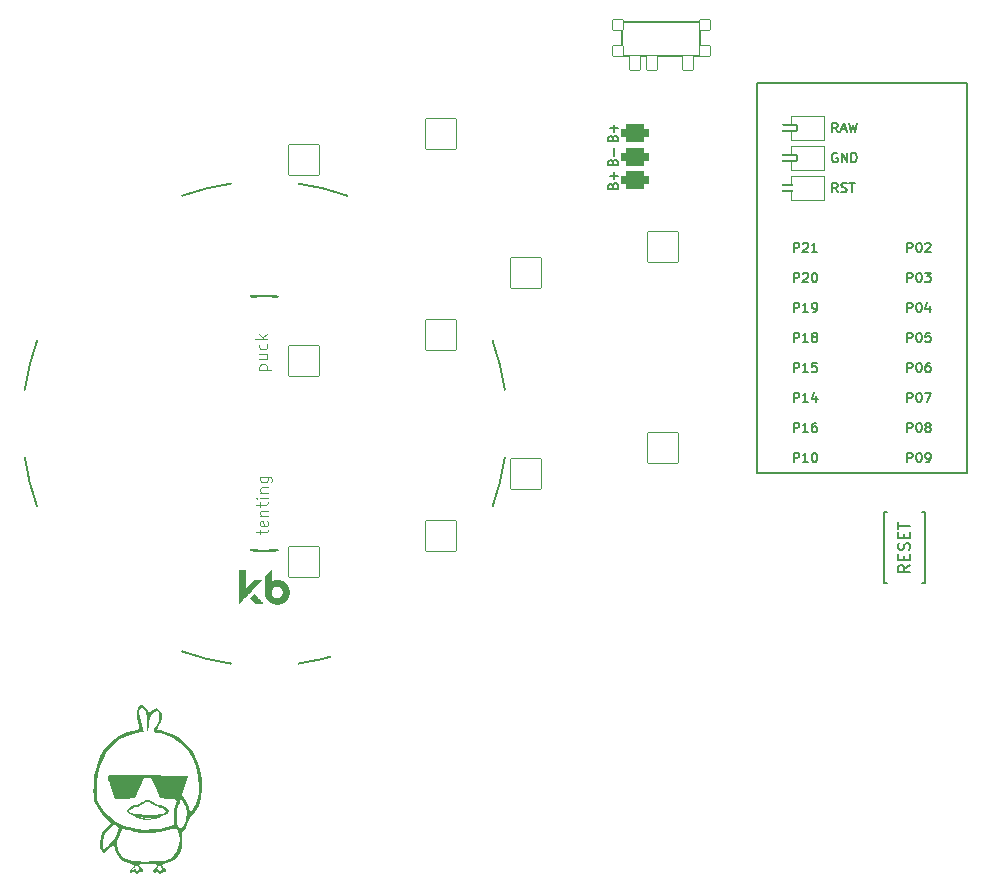
<source format=gto>
%TF.GenerationSoftware,KiCad,Pcbnew,(6.0.4)*%
%TF.CreationDate,2022-05-21T21:26:49+02:00*%
%TF.ProjectId,battoota,62617474-6f6f-4746-912e-6b696361645f,v1.0.0*%
%TF.SameCoordinates,Original*%
%TF.FileFunction,Legend,Top*%
%TF.FilePolarity,Positive*%
%FSLAX46Y46*%
G04 Gerber Fmt 4.6, Leading zero omitted, Abs format (unit mm)*
G04 Created by KiCad (PCBNEW (6.0.4)) date 2022-05-21 21:26:49*
%MOMM*%
%LPD*%
G01*
G04 APERTURE LIST*
G04 Aperture macros list*
%AMRoundRect*
0 Rectangle with rounded corners*
0 $1 Rounding radius*
0 $2 $3 $4 $5 $6 $7 $8 $9 X,Y pos of 4 corners*
0 Add a 4 corners polygon primitive as box body*
4,1,4,$2,$3,$4,$5,$6,$7,$8,$9,$2,$3,0*
0 Add four circle primitives for the rounded corners*
1,1,$1+$1,$2,$3*
1,1,$1+$1,$4,$5*
1,1,$1+$1,$6,$7*
1,1,$1+$1,$8,$9*
0 Add four rect primitives between the rounded corners*
20,1,$1+$1,$2,$3,$4,$5,0*
20,1,$1+$1,$4,$5,$6,$7,0*
20,1,$1+$1,$6,$7,$8,$9,0*
20,1,$1+$1,$8,$9,$2,$3,0*%
%AMFreePoly0*
4,1,16,0.535355,0.785355,0.550000,0.750000,0.550000,-0.750000,0.535355,-0.785355,0.500000,-0.800000,-0.650000,-0.800000,-0.685355,-0.785355,-0.700000,-0.750000,-0.691603,-0.722265,-0.210093,0.000000,-0.691603,0.722265,-0.699029,0.759806,-0.677735,0.791603,-0.650000,0.800000,0.500000,0.800000,0.535355,0.785355,0.535355,0.785355,$1*%
%AMFreePoly1*
4,1,16,0.535355,0.785355,0.541603,0.777735,1.041603,0.027735,1.049029,-0.009806,1.041603,-0.027735,0.541603,-0.777735,0.509806,-0.799029,0.500000,-0.800000,-0.500000,-0.800000,-0.535355,-0.785355,-0.550000,-0.750000,-0.550000,0.750000,-0.535355,0.785355,-0.500000,0.800000,0.500000,0.800000,0.535355,0.785355,0.535355,0.785355,$1*%
G04 Aperture macros list end*
%ADD10C,0.150000*%
%ADD11C,0.100000*%
%ADD12C,0.120000*%
%ADD13C,0.200000*%
%ADD14C,0.010000*%
%ADD15C,2.000000*%
%ADD16RoundRect,0.375000X-0.750000X0.375000X-0.750000X-0.375000X0.750000X-0.375000X0.750000X0.375000X0*%
%ADD17C,1.752600*%
%ADD18C,2.100000*%
%ADD19C,3.100000*%
%ADD20C,1.801800*%
%ADD21C,3.529000*%
%ADD22RoundRect,0.050000X-1.054507X-1.505993X1.505993X-1.054507X1.054507X1.505993X-1.505993X1.054507X0*%
%ADD23C,2.132000*%
%ADD24RoundRect,0.050000X-1.181751X-1.408356X1.408356X-1.181751X1.181751X1.408356X-1.408356X1.181751X0*%
%ADD25RoundRect,0.050000X-1.300000X-1.300000X1.300000X-1.300000X1.300000X1.300000X-1.300000X1.300000X0*%
%ADD26RoundRect,0.050000X-0.450000X-0.450000X0.450000X-0.450000X0.450000X0.450000X-0.450000X0.450000X0*%
%ADD27RoundRect,0.050000X-0.450000X-0.625000X0.450000X-0.625000X0.450000X0.625000X-0.450000X0.625000X0*%
%ADD28C,1.100000*%
%ADD29RoundRect,0.050000X-1.716367X-0.658851X0.658851X-1.716367X1.716367X0.658851X-0.658851X1.716367X0*%
%ADD30RoundRect,0.425000X-0.750000X0.375000X-0.750000X-0.375000X0.750000X-0.375000X0.750000X0.375000X0*%
%ADD31RoundRect,0.050000X-0.863113X-1.623279X1.623279X-0.863113X0.863113X1.623279X-1.623279X0.863113X0*%
%ADD32RoundRect,0.050000X-1.487360X-1.080630X1.080630X-1.487360X1.487360X1.080630X-1.080630X1.487360X0*%
%ADD33C,1.852600*%
%ADD34FreePoly0,180.000000*%
%ADD35RoundRect,0.050000X-0.762000X0.250000X-0.762000X-0.250000X0.762000X-0.250000X0.762000X0.250000X0*%
%ADD36FreePoly1,180.000000*%
%ADD37C,4.500000*%
G04 APERTURE END LIST*
D10*
%TO.C,B1*%
X158422171Y76170873D02*
X157945981Y75837539D01*
X158422171Y75599444D02*
X157422171Y75599444D01*
X157422171Y75980396D01*
X157469791Y76075634D01*
X157517410Y76123254D01*
X157612648Y76170873D01*
X157755505Y76170873D01*
X157850743Y76123254D01*
X157898362Y76075634D01*
X157945981Y75980396D01*
X157945981Y75599444D01*
X157898362Y76599444D02*
X157898362Y76932777D01*
X158422171Y77075634D02*
X158422171Y76599444D01*
X157422171Y76599444D01*
X157422171Y77075634D01*
X158374552Y77456587D02*
X158422171Y77599444D01*
X158422171Y77837539D01*
X158374552Y77932777D01*
X158326933Y77980396D01*
X158231695Y78028015D01*
X158136457Y78028015D01*
X158041219Y77980396D01*
X157993600Y77932777D01*
X157945981Y77837539D01*
X157898362Y77647063D01*
X157850743Y77551825D01*
X157803124Y77504206D01*
X157707886Y77456587D01*
X157612648Y77456587D01*
X157517410Y77504206D01*
X157469791Y77551825D01*
X157422171Y77647063D01*
X157422171Y77885158D01*
X157469791Y78028015D01*
X157898362Y78456587D02*
X157898362Y78789920D01*
X158422171Y78932777D02*
X158422171Y78456587D01*
X157422171Y78456587D01*
X157422171Y78932777D01*
X157422171Y79218492D02*
X157422171Y79789920D01*
X158422171Y79504206D02*
X157422171Y79504206D01*
%TO.C,PAD1*%
X133252648Y110300158D02*
X133290743Y110414444D01*
X133328838Y110452539D01*
X133405029Y110490634D01*
X133519314Y110490634D01*
X133595505Y110452539D01*
X133633600Y110414444D01*
X133671695Y110338254D01*
X133671695Y110033492D01*
X132871695Y110033492D01*
X132871695Y110300158D01*
X132909791Y110376349D01*
X132947886Y110414444D01*
X133024076Y110452539D01*
X133100267Y110452539D01*
X133176457Y110414444D01*
X133214552Y110376349D01*
X133252648Y110300158D01*
X133252648Y110033492D01*
X133366933Y110833492D02*
X133366933Y111443015D01*
X133252648Y112300158D02*
X133290743Y112414444D01*
X133328838Y112452539D01*
X133405029Y112490634D01*
X133519314Y112490634D01*
X133595505Y112452539D01*
X133633600Y112414444D01*
X133671695Y112338254D01*
X133671695Y112033492D01*
X132871695Y112033492D01*
X132871695Y112300158D01*
X132909791Y112376349D01*
X132947886Y112414444D01*
X133024076Y112452539D01*
X133100267Y112452539D01*
X133176457Y112414444D01*
X133214552Y112376349D01*
X133252648Y112300158D01*
X133252648Y112033492D01*
X133366933Y112833492D02*
X133366933Y113443015D01*
X133671695Y113138254D02*
X133062171Y113138254D01*
X133252648Y108300158D02*
X133290743Y108414444D01*
X133328838Y108452539D01*
X133405029Y108490634D01*
X133519314Y108490634D01*
X133595505Y108452539D01*
X133633600Y108414444D01*
X133671695Y108338254D01*
X133671695Y108033492D01*
X132871695Y108033492D01*
X132871695Y108300158D01*
X132909791Y108376349D01*
X132947886Y108414444D01*
X133024076Y108452539D01*
X133100267Y108452539D01*
X133176457Y108414444D01*
X133214552Y108376349D01*
X133252648Y108300158D01*
X133252648Y108033492D01*
X133366933Y108833492D02*
X133366933Y109443015D01*
X133671695Y109138254D02*
X133062171Y109138254D01*
%TO.C,MCU1*%
X158185784Y87421349D02*
X158185784Y88221349D01*
X158490546Y88221349D01*
X158566736Y88183254D01*
X158604832Y88145158D01*
X158642927Y88068968D01*
X158642927Y87954682D01*
X158604832Y87878492D01*
X158566736Y87840396D01*
X158490546Y87802301D01*
X158185784Y87802301D01*
X159138165Y88221349D02*
X159214355Y88221349D01*
X159290546Y88183254D01*
X159328641Y88145158D01*
X159366736Y88068968D01*
X159404832Y87916587D01*
X159404832Y87726111D01*
X159366736Y87573730D01*
X159328641Y87497539D01*
X159290546Y87459444D01*
X159214355Y87421349D01*
X159138165Y87421349D01*
X159061974Y87459444D01*
X159023879Y87497539D01*
X158985784Y87573730D01*
X158947689Y87726111D01*
X158947689Y87916587D01*
X158985784Y88068968D01*
X159023879Y88145158D01*
X159061974Y88183254D01*
X159138165Y88221349D01*
X159861974Y87878492D02*
X159785784Y87916587D01*
X159747689Y87954682D01*
X159709593Y88030873D01*
X159709593Y88068968D01*
X159747689Y88145158D01*
X159785784Y88183254D01*
X159861974Y88221349D01*
X160014355Y88221349D01*
X160090546Y88183254D01*
X160128641Y88145158D01*
X160166736Y88068968D01*
X160166736Y88030873D01*
X160128641Y87954682D01*
X160090546Y87916587D01*
X160014355Y87878492D01*
X159861974Y87878492D01*
X159785784Y87840396D01*
X159747689Y87802301D01*
X159709593Y87726111D01*
X159709593Y87573730D01*
X159747689Y87497539D01*
X159785784Y87459444D01*
X159861974Y87421349D01*
X160014355Y87421349D01*
X160090546Y87459444D01*
X160128641Y87497539D01*
X160166736Y87573730D01*
X160166736Y87726111D01*
X160128641Y87802301D01*
X160090546Y87840396D01*
X160014355Y87878492D01*
X148585784Y102661349D02*
X148585784Y103461349D01*
X148890546Y103461349D01*
X148966736Y103423254D01*
X149004832Y103385158D01*
X149042927Y103308968D01*
X149042927Y103194682D01*
X149004832Y103118492D01*
X148966736Y103080396D01*
X148890546Y103042301D01*
X148585784Y103042301D01*
X149347689Y103385158D02*
X149385784Y103423254D01*
X149461974Y103461349D01*
X149652451Y103461349D01*
X149728641Y103423254D01*
X149766736Y103385158D01*
X149804832Y103308968D01*
X149804832Y103232777D01*
X149766736Y103118492D01*
X149309593Y102661349D01*
X149804832Y102661349D01*
X150566736Y102661349D02*
X150109593Y102661349D01*
X150338165Y102661349D02*
X150338165Y103461349D01*
X150261974Y103347063D01*
X150185784Y103270873D01*
X150109593Y103232777D01*
X148585784Y89961349D02*
X148585784Y90761349D01*
X148890546Y90761349D01*
X148966736Y90723254D01*
X149004832Y90685158D01*
X149042927Y90608968D01*
X149042927Y90494682D01*
X149004832Y90418492D01*
X148966736Y90380396D01*
X148890546Y90342301D01*
X148585784Y90342301D01*
X149804832Y89961349D02*
X149347689Y89961349D01*
X149576260Y89961349D02*
X149576260Y90761349D01*
X149500070Y90647063D01*
X149423879Y90570873D01*
X149347689Y90532777D01*
X150490546Y90494682D02*
X150490546Y89961349D01*
X150300070Y90799444D02*
X150109593Y90228015D01*
X150604832Y90228015D01*
X148585784Y100121349D02*
X148585784Y100921349D01*
X148890546Y100921349D01*
X148966736Y100883254D01*
X149004832Y100845158D01*
X149042927Y100768968D01*
X149042927Y100654682D01*
X149004832Y100578492D01*
X148966736Y100540396D01*
X148890546Y100502301D01*
X148585784Y100502301D01*
X149347689Y100845158D02*
X149385784Y100883254D01*
X149461974Y100921349D01*
X149652451Y100921349D01*
X149728641Y100883254D01*
X149766736Y100845158D01*
X149804832Y100768968D01*
X149804832Y100692777D01*
X149766736Y100578492D01*
X149309593Y100121349D01*
X149804832Y100121349D01*
X150300070Y100921349D02*
X150376260Y100921349D01*
X150452451Y100883254D01*
X150490546Y100845158D01*
X150528641Y100768968D01*
X150566736Y100616587D01*
X150566736Y100426111D01*
X150528641Y100273730D01*
X150490546Y100197539D01*
X150452451Y100159444D01*
X150376260Y100121349D01*
X150300070Y100121349D01*
X150223879Y100159444D01*
X150185784Y100197539D01*
X150147689Y100273730D01*
X150109593Y100426111D01*
X150109593Y100616587D01*
X150147689Y100768968D01*
X150185784Y100845158D01*
X150223879Y100883254D01*
X150300070Y100921349D01*
X152305594Y107741349D02*
X152038928Y108122301D01*
X151848451Y107741349D02*
X151848451Y108541349D01*
X152153213Y108541349D01*
X152229404Y108503254D01*
X152267499Y108465158D01*
X152305594Y108388968D01*
X152305594Y108274682D01*
X152267499Y108198492D01*
X152229404Y108160396D01*
X152153213Y108122301D01*
X151848451Y108122301D01*
X152610356Y107779444D02*
X152724642Y107741349D01*
X152915118Y107741349D01*
X152991309Y107779444D01*
X153029404Y107817539D01*
X153067499Y107893730D01*
X153067499Y107969920D01*
X153029404Y108046111D01*
X152991309Y108084206D01*
X152915118Y108122301D01*
X152762737Y108160396D01*
X152686547Y108198492D01*
X152648451Y108236587D01*
X152610356Y108312777D01*
X152610356Y108388968D01*
X152648451Y108465158D01*
X152686547Y108503254D01*
X152762737Y108541349D01*
X152953213Y108541349D01*
X153067499Y108503254D01*
X153296070Y108541349D02*
X153753213Y108541349D01*
X153524642Y107741349D02*
X153524642Y108541349D01*
X158185784Y84881349D02*
X158185784Y85681349D01*
X158490546Y85681349D01*
X158566736Y85643254D01*
X158604832Y85605158D01*
X158642927Y85528968D01*
X158642927Y85414682D01*
X158604832Y85338492D01*
X158566736Y85300396D01*
X158490546Y85262301D01*
X158185784Y85262301D01*
X159138165Y85681349D02*
X159214355Y85681349D01*
X159290546Y85643254D01*
X159328641Y85605158D01*
X159366736Y85528968D01*
X159404832Y85376587D01*
X159404832Y85186111D01*
X159366736Y85033730D01*
X159328641Y84957539D01*
X159290546Y84919444D01*
X159214355Y84881349D01*
X159138165Y84881349D01*
X159061974Y84919444D01*
X159023879Y84957539D01*
X158985784Y85033730D01*
X158947689Y85186111D01*
X158947689Y85376587D01*
X158985784Y85528968D01*
X159023879Y85605158D01*
X159061974Y85643254D01*
X159138165Y85681349D01*
X159785784Y84881349D02*
X159938165Y84881349D01*
X160014355Y84919444D01*
X160052451Y84957539D01*
X160128641Y85071825D01*
X160166736Y85224206D01*
X160166736Y85528968D01*
X160128641Y85605158D01*
X160090546Y85643254D01*
X160014355Y85681349D01*
X159861974Y85681349D01*
X159785784Y85643254D01*
X159747689Y85605158D01*
X159709593Y85528968D01*
X159709593Y85338492D01*
X159747689Y85262301D01*
X159785784Y85224206D01*
X159861974Y85186111D01*
X160014355Y85186111D01*
X160090546Y85224206D01*
X160128641Y85262301D01*
X160166736Y85338492D01*
X148585784Y87421349D02*
X148585784Y88221349D01*
X148890546Y88221349D01*
X148966736Y88183254D01*
X149004832Y88145158D01*
X149042927Y88068968D01*
X149042927Y87954682D01*
X149004832Y87878492D01*
X148966736Y87840396D01*
X148890546Y87802301D01*
X148585784Y87802301D01*
X149804832Y87421349D02*
X149347689Y87421349D01*
X149576260Y87421349D02*
X149576260Y88221349D01*
X149500070Y88107063D01*
X149423879Y88030873D01*
X149347689Y87992777D01*
X150490546Y88221349D02*
X150338165Y88221349D01*
X150261974Y88183254D01*
X150223879Y88145158D01*
X150147689Y88030873D01*
X150109593Y87878492D01*
X150109593Y87573730D01*
X150147689Y87497539D01*
X150185784Y87459444D01*
X150261974Y87421349D01*
X150414355Y87421349D01*
X150490546Y87459444D01*
X150528641Y87497539D01*
X150566736Y87573730D01*
X150566736Y87764206D01*
X150528641Y87840396D01*
X150490546Y87878492D01*
X150414355Y87916587D01*
X150261974Y87916587D01*
X150185784Y87878492D01*
X150147689Y87840396D01*
X150109593Y87764206D01*
X152305595Y112821349D02*
X152038928Y113202301D01*
X151848452Y112821349D02*
X151848452Y113621349D01*
X152153214Y113621349D01*
X152229404Y113583254D01*
X152267499Y113545158D01*
X152305595Y113468968D01*
X152305595Y113354682D01*
X152267499Y113278492D01*
X152229404Y113240396D01*
X152153214Y113202301D01*
X151848452Y113202301D01*
X152610356Y113049920D02*
X152991309Y113049920D01*
X152534166Y112821349D02*
X152800833Y113621349D01*
X153067499Y112821349D01*
X153257976Y113621349D02*
X153448452Y112821349D01*
X153600833Y113392777D01*
X153753214Y112821349D01*
X153943690Y113621349D01*
X158185784Y102661349D02*
X158185784Y103461349D01*
X158490546Y103461349D01*
X158566736Y103423254D01*
X158604832Y103385158D01*
X158642927Y103308968D01*
X158642927Y103194682D01*
X158604832Y103118492D01*
X158566736Y103080396D01*
X158490546Y103042301D01*
X158185784Y103042301D01*
X159138165Y103461349D02*
X159214355Y103461349D01*
X159290546Y103423254D01*
X159328641Y103385158D01*
X159366736Y103308968D01*
X159404832Y103156587D01*
X159404832Y102966111D01*
X159366736Y102813730D01*
X159328641Y102737539D01*
X159290546Y102699444D01*
X159214355Y102661349D01*
X159138165Y102661349D01*
X159061974Y102699444D01*
X159023879Y102737539D01*
X158985784Y102813730D01*
X158947689Y102966111D01*
X158947689Y103156587D01*
X158985784Y103308968D01*
X159023879Y103385158D01*
X159061974Y103423254D01*
X159138165Y103461349D01*
X159709593Y103385158D02*
X159747689Y103423254D01*
X159823879Y103461349D01*
X160014355Y103461349D01*
X160090546Y103423254D01*
X160128641Y103385158D01*
X160166736Y103308968D01*
X160166736Y103232777D01*
X160128641Y103118492D01*
X159671498Y102661349D01*
X160166736Y102661349D01*
X148585784Y95041349D02*
X148585784Y95841349D01*
X148890546Y95841349D01*
X148966736Y95803254D01*
X149004832Y95765158D01*
X149042927Y95688968D01*
X149042927Y95574682D01*
X149004832Y95498492D01*
X148966736Y95460396D01*
X148890546Y95422301D01*
X148585784Y95422301D01*
X149804832Y95041349D02*
X149347689Y95041349D01*
X149576260Y95041349D02*
X149576260Y95841349D01*
X149500070Y95727063D01*
X149423879Y95650873D01*
X149347689Y95612777D01*
X150261974Y95498492D02*
X150185784Y95536587D01*
X150147689Y95574682D01*
X150109593Y95650873D01*
X150109593Y95688968D01*
X150147689Y95765158D01*
X150185784Y95803254D01*
X150261974Y95841349D01*
X150414355Y95841349D01*
X150490546Y95803254D01*
X150528641Y95765158D01*
X150566736Y95688968D01*
X150566736Y95650873D01*
X150528641Y95574682D01*
X150490546Y95536587D01*
X150414355Y95498492D01*
X150261974Y95498492D01*
X150185784Y95460396D01*
X150147689Y95422301D01*
X150109593Y95346111D01*
X150109593Y95193730D01*
X150147689Y95117539D01*
X150185784Y95079444D01*
X150261974Y95041349D01*
X150414355Y95041349D01*
X150490546Y95079444D01*
X150528641Y95117539D01*
X150566736Y95193730D01*
X150566736Y95346111D01*
X150528641Y95422301D01*
X150490546Y95460396D01*
X150414355Y95498492D01*
X148585784Y84881349D02*
X148585784Y85681349D01*
X148890546Y85681349D01*
X148966736Y85643254D01*
X149004832Y85605158D01*
X149042927Y85528968D01*
X149042927Y85414682D01*
X149004832Y85338492D01*
X148966736Y85300396D01*
X148890546Y85262301D01*
X148585784Y85262301D01*
X149804832Y84881349D02*
X149347689Y84881349D01*
X149576260Y84881349D02*
X149576260Y85681349D01*
X149500070Y85567063D01*
X149423879Y85490873D01*
X149347689Y85452777D01*
X150300070Y85681349D02*
X150376260Y85681349D01*
X150452451Y85643254D01*
X150490546Y85605158D01*
X150528641Y85528968D01*
X150566736Y85376587D01*
X150566736Y85186111D01*
X150528641Y85033730D01*
X150490546Y84957539D01*
X150452451Y84919444D01*
X150376260Y84881349D01*
X150300070Y84881349D01*
X150223879Y84919444D01*
X150185784Y84957539D01*
X150147689Y85033730D01*
X150109593Y85186111D01*
X150109593Y85376587D01*
X150147689Y85528968D01*
X150185784Y85605158D01*
X150223879Y85643254D01*
X150300070Y85681349D01*
X158185784Y100121349D02*
X158185784Y100921349D01*
X158490546Y100921349D01*
X158566736Y100883254D01*
X158604832Y100845158D01*
X158642927Y100768968D01*
X158642927Y100654682D01*
X158604832Y100578492D01*
X158566736Y100540396D01*
X158490546Y100502301D01*
X158185784Y100502301D01*
X159138165Y100921349D02*
X159214355Y100921349D01*
X159290546Y100883254D01*
X159328641Y100845158D01*
X159366736Y100768968D01*
X159404832Y100616587D01*
X159404832Y100426111D01*
X159366736Y100273730D01*
X159328641Y100197539D01*
X159290546Y100159444D01*
X159214355Y100121349D01*
X159138165Y100121349D01*
X159061974Y100159444D01*
X159023879Y100197539D01*
X158985784Y100273730D01*
X158947689Y100426111D01*
X158947689Y100616587D01*
X158985784Y100768968D01*
X159023879Y100845158D01*
X159061974Y100883254D01*
X159138165Y100921349D01*
X159671498Y100921349D02*
X160166736Y100921349D01*
X159900070Y100616587D01*
X160014355Y100616587D01*
X160090546Y100578492D01*
X160128641Y100540396D01*
X160166736Y100464206D01*
X160166736Y100273730D01*
X160128641Y100197539D01*
X160090546Y100159444D01*
X160014355Y100121349D01*
X159785784Y100121349D01*
X159709593Y100159444D01*
X159671498Y100197539D01*
X158185784Y89961349D02*
X158185784Y90761349D01*
X158490546Y90761349D01*
X158566736Y90723254D01*
X158604832Y90685158D01*
X158642927Y90608968D01*
X158642927Y90494682D01*
X158604832Y90418492D01*
X158566736Y90380396D01*
X158490546Y90342301D01*
X158185784Y90342301D01*
X159138165Y90761349D02*
X159214355Y90761349D01*
X159290546Y90723254D01*
X159328641Y90685158D01*
X159366736Y90608968D01*
X159404832Y90456587D01*
X159404832Y90266111D01*
X159366736Y90113730D01*
X159328641Y90037539D01*
X159290546Y89999444D01*
X159214355Y89961349D01*
X159138165Y89961349D01*
X159061974Y89999444D01*
X159023879Y90037539D01*
X158985784Y90113730D01*
X158947689Y90266111D01*
X158947689Y90456587D01*
X158985784Y90608968D01*
X159023879Y90685158D01*
X159061974Y90723254D01*
X159138165Y90761349D01*
X159671498Y90761349D02*
X160204832Y90761349D01*
X159861974Y89961349D01*
X148585784Y97581349D02*
X148585784Y98381349D01*
X148890546Y98381349D01*
X148966736Y98343254D01*
X149004832Y98305158D01*
X149042927Y98228968D01*
X149042927Y98114682D01*
X149004832Y98038492D01*
X148966736Y98000396D01*
X148890546Y97962301D01*
X148585784Y97962301D01*
X149804832Y97581349D02*
X149347689Y97581349D01*
X149576260Y97581349D02*
X149576260Y98381349D01*
X149500070Y98267063D01*
X149423879Y98190873D01*
X149347689Y98152777D01*
X150185784Y97581349D02*
X150338165Y97581349D01*
X150414355Y97619444D01*
X150452451Y97657539D01*
X150528641Y97771825D01*
X150566736Y97924206D01*
X150566736Y98228968D01*
X150528641Y98305158D01*
X150490546Y98343254D01*
X150414355Y98381349D01*
X150261974Y98381349D01*
X150185784Y98343254D01*
X150147689Y98305158D01*
X150109593Y98228968D01*
X150109593Y98038492D01*
X150147689Y97962301D01*
X150185784Y97924206D01*
X150261974Y97886111D01*
X150414355Y97886111D01*
X150490546Y97924206D01*
X150528641Y97962301D01*
X150566736Y98038492D01*
X152248452Y111043254D02*
X152172261Y111081349D01*
X152057976Y111081349D01*
X151943690Y111043254D01*
X151867499Y110967063D01*
X151829404Y110890873D01*
X151791309Y110738492D01*
X151791309Y110624206D01*
X151829404Y110471825D01*
X151867499Y110395634D01*
X151943690Y110319444D01*
X152057976Y110281349D01*
X152134166Y110281349D01*
X152248452Y110319444D01*
X152286547Y110357539D01*
X152286547Y110624206D01*
X152134166Y110624206D01*
X152629404Y110281349D02*
X152629404Y111081349D01*
X153086547Y110281349D01*
X153086547Y111081349D01*
X153467499Y110281349D02*
X153467499Y111081349D01*
X153657976Y111081349D01*
X153772261Y111043254D01*
X153848452Y110967063D01*
X153886547Y110890873D01*
X153924642Y110738492D01*
X153924642Y110624206D01*
X153886547Y110471825D01*
X153848452Y110395634D01*
X153772261Y110319444D01*
X153657976Y110281349D01*
X153467499Y110281349D01*
X158185784Y97581349D02*
X158185784Y98381349D01*
X158490546Y98381349D01*
X158566736Y98343254D01*
X158604832Y98305158D01*
X158642927Y98228968D01*
X158642927Y98114682D01*
X158604832Y98038492D01*
X158566736Y98000396D01*
X158490546Y97962301D01*
X158185784Y97962301D01*
X159138165Y98381349D02*
X159214355Y98381349D01*
X159290546Y98343254D01*
X159328641Y98305158D01*
X159366736Y98228968D01*
X159404832Y98076587D01*
X159404832Y97886111D01*
X159366736Y97733730D01*
X159328641Y97657539D01*
X159290546Y97619444D01*
X159214355Y97581349D01*
X159138165Y97581349D01*
X159061974Y97619444D01*
X159023879Y97657539D01*
X158985784Y97733730D01*
X158947689Y97886111D01*
X158947689Y98076587D01*
X158985784Y98228968D01*
X159023879Y98305158D01*
X159061974Y98343254D01*
X159138165Y98381349D01*
X160090546Y98114682D02*
X160090546Y97581349D01*
X159900070Y98419444D02*
X159709593Y97848015D01*
X160204832Y97848015D01*
X158185784Y95041349D02*
X158185784Y95841349D01*
X158490546Y95841349D01*
X158566736Y95803254D01*
X158604832Y95765158D01*
X158642927Y95688968D01*
X158642927Y95574682D01*
X158604832Y95498492D01*
X158566736Y95460396D01*
X158490546Y95422301D01*
X158185784Y95422301D01*
X159138165Y95841349D02*
X159214355Y95841349D01*
X159290546Y95803254D01*
X159328641Y95765158D01*
X159366736Y95688968D01*
X159404832Y95536587D01*
X159404832Y95346111D01*
X159366736Y95193730D01*
X159328641Y95117539D01*
X159290546Y95079444D01*
X159214355Y95041349D01*
X159138165Y95041349D01*
X159061974Y95079444D01*
X159023879Y95117539D01*
X158985784Y95193730D01*
X158947689Y95346111D01*
X158947689Y95536587D01*
X158985784Y95688968D01*
X159023879Y95765158D01*
X159061974Y95803254D01*
X159138165Y95841349D01*
X160128641Y95841349D02*
X159747689Y95841349D01*
X159709593Y95460396D01*
X159747689Y95498492D01*
X159823879Y95536587D01*
X160014355Y95536587D01*
X160090546Y95498492D01*
X160128641Y95460396D01*
X160166736Y95384206D01*
X160166736Y95193730D01*
X160128641Y95117539D01*
X160090546Y95079444D01*
X160014355Y95041349D01*
X159823879Y95041349D01*
X159747689Y95079444D01*
X159709593Y95117539D01*
X148585784Y92501349D02*
X148585784Y93301349D01*
X148890546Y93301349D01*
X148966736Y93263254D01*
X149004832Y93225158D01*
X149042927Y93148968D01*
X149042927Y93034682D01*
X149004832Y92958492D01*
X148966736Y92920396D01*
X148890546Y92882301D01*
X148585784Y92882301D01*
X149804832Y92501349D02*
X149347689Y92501349D01*
X149576260Y92501349D02*
X149576260Y93301349D01*
X149500070Y93187063D01*
X149423879Y93110873D01*
X149347689Y93072777D01*
X150528641Y93301349D02*
X150147689Y93301349D01*
X150109593Y92920396D01*
X150147689Y92958492D01*
X150223879Y92996587D01*
X150414355Y92996587D01*
X150490546Y92958492D01*
X150528641Y92920396D01*
X150566736Y92844206D01*
X150566736Y92653730D01*
X150528641Y92577539D01*
X150490546Y92539444D01*
X150414355Y92501349D01*
X150223879Y92501349D01*
X150147689Y92539444D01*
X150109593Y92577539D01*
X158185784Y92501349D02*
X158185784Y93301349D01*
X158490546Y93301349D01*
X158566736Y93263254D01*
X158604832Y93225158D01*
X158642927Y93148968D01*
X158642927Y93034682D01*
X158604832Y92958492D01*
X158566736Y92920396D01*
X158490546Y92882301D01*
X158185784Y92882301D01*
X159138165Y93301349D02*
X159214355Y93301349D01*
X159290546Y93263254D01*
X159328641Y93225158D01*
X159366736Y93148968D01*
X159404832Y92996587D01*
X159404832Y92806111D01*
X159366736Y92653730D01*
X159328641Y92577539D01*
X159290546Y92539444D01*
X159214355Y92501349D01*
X159138165Y92501349D01*
X159061974Y92539444D01*
X159023879Y92577539D01*
X158985784Y92653730D01*
X158947689Y92806111D01*
X158947689Y92996587D01*
X158985784Y93148968D01*
X159023879Y93225158D01*
X159061974Y93263254D01*
X159138165Y93301349D01*
X160090546Y93301349D02*
X159938165Y93301349D01*
X159861974Y93263254D01*
X159823879Y93225158D01*
X159747689Y93110873D01*
X159709593Y92958492D01*
X159709593Y92653730D01*
X159747689Y92577539D01*
X159785784Y92539444D01*
X159861974Y92501349D01*
X160014355Y92501349D01*
X160090546Y92539444D01*
X160128641Y92577539D01*
X160166736Y92653730D01*
X160166736Y92844206D01*
X160128641Y92920396D01*
X160090546Y92958492D01*
X160014355Y92996587D01*
X159861974Y92996587D01*
X159785784Y92958492D01*
X159747689Y92920396D01*
X159709593Y92844206D01*
D11*
%TO.C,REF\u002A\u002A*%
X103392434Y78783427D02*
X103392434Y79164379D01*
X103059100Y78926284D02*
X103916243Y78926284D01*
X104011481Y78973903D01*
X104059100Y79069141D01*
X104059100Y79164379D01*
X104011481Y79878665D02*
X104059100Y79783427D01*
X104059100Y79592950D01*
X104011481Y79497712D01*
X103916243Y79450093D01*
X103535291Y79450093D01*
X103440053Y79497712D01*
X103392434Y79592950D01*
X103392434Y79783427D01*
X103440053Y79878665D01*
X103535291Y79926284D01*
X103630529Y79926284D01*
X103725767Y79450093D01*
X103392434Y80354855D02*
X104059100Y80354855D01*
X103487672Y80354855D02*
X103440053Y80402474D01*
X103392434Y80497712D01*
X103392434Y80640569D01*
X103440053Y80735807D01*
X103535291Y80783427D01*
X104059100Y80783427D01*
X103392434Y81116760D02*
X103392434Y81497712D01*
X103059100Y81259617D02*
X103916243Y81259617D01*
X104011481Y81307236D01*
X104059100Y81402474D01*
X104059100Y81497712D01*
X104059100Y81831046D02*
X103392434Y81831046D01*
X103059100Y81831046D02*
X103106720Y81783427D01*
X103154339Y81831046D01*
X103106720Y81878665D01*
X103059100Y81831046D01*
X103154339Y81831046D01*
X103392434Y82307236D02*
X104059100Y82307236D01*
X103487672Y82307236D02*
X103440053Y82354855D01*
X103392434Y82450093D01*
X103392434Y82592950D01*
X103440053Y82688188D01*
X103535291Y82735807D01*
X104059100Y82735807D01*
X103392434Y83640569D02*
X104201958Y83640569D01*
X104297196Y83592950D01*
X104344815Y83545331D01*
X104392434Y83450093D01*
X104392434Y83307236D01*
X104344815Y83211998D01*
X104011481Y83640569D02*
X104059100Y83545331D01*
X104059100Y83354855D01*
X104011481Y83259617D01*
X103963862Y83211998D01*
X103868624Y83164379D01*
X103582910Y83164379D01*
X103487672Y83211998D01*
X103440053Y83259617D01*
X103392434Y83354855D01*
X103392434Y83545331D01*
X103440053Y83640569D01*
X103328934Y92673927D02*
X104328934Y92673927D01*
X103376553Y92673927D02*
X103328934Y92769165D01*
X103328934Y92959641D01*
X103376553Y93054879D01*
X103424172Y93102498D01*
X103519410Y93150117D01*
X103805124Y93150117D01*
X103900362Y93102498D01*
X103947981Y93054879D01*
X103995600Y92959641D01*
X103995600Y92769165D01*
X103947981Y92673927D01*
X103328934Y94007260D02*
X103995600Y94007260D01*
X103328934Y93578688D02*
X103852743Y93578688D01*
X103947981Y93626307D01*
X103995600Y93721546D01*
X103995600Y93864403D01*
X103947981Y93959641D01*
X103900362Y94007260D01*
X103947981Y94912022D02*
X103995600Y94816784D01*
X103995600Y94626307D01*
X103947981Y94531069D01*
X103900362Y94483450D01*
X103805124Y94435831D01*
X103519410Y94435831D01*
X103424172Y94483450D01*
X103376553Y94531069D01*
X103328934Y94626307D01*
X103328934Y94816784D01*
X103376553Y94912022D01*
X103995600Y95340593D02*
X102995600Y95340593D01*
X103614648Y95435831D02*
X103995600Y95721546D01*
X103328934Y95721546D02*
X103709886Y95340593D01*
D10*
%TO.C,B1*%
X156219791Y74623254D02*
X156219791Y80623254D01*
X159719791Y74623254D02*
X159719791Y80623254D01*
X156219791Y80623254D02*
X156469791Y80623254D01*
X159719791Y74623254D02*
X159469791Y74623254D01*
X159719791Y80623254D02*
X159469791Y80623254D01*
X156219791Y74623254D02*
X156469791Y74623254D01*
%TO.C,T1*%
X134068406Y122101838D02*
X134068406Y119251838D01*
X139318406Y122101838D02*
X135418406Y122101838D01*
X134068406Y119251838D02*
X140668406Y119251838D01*
X137368406Y122101838D02*
X140668406Y122101838D01*
X140668406Y119251838D02*
X140668406Y122101838D01*
X137368406Y122101838D02*
X134068406Y122101838D01*
%TO.C,G\u002A\u002A\u002A*%
G36*
X92883978Y54811439D02*
G01*
X92740255Y54880814D01*
X92407058Y55056231D01*
X92211599Y55193916D01*
X92131416Y55310999D01*
X92130646Y55316839D01*
X92306885Y55316839D01*
X92323310Y55295956D01*
X92503738Y55201096D01*
X92814003Y55123189D01*
X93215242Y55064583D01*
X93668589Y55027628D01*
X94135180Y55014670D01*
X94576151Y55028060D01*
X94952637Y55070144D01*
X95174422Y55123679D01*
X95401772Y55233273D01*
X95460472Y55348492D01*
X95351061Y55468035D01*
X95074080Y55590598D01*
X94966078Y55625429D01*
X94664565Y55735323D01*
X94407590Y55860367D01*
X94283288Y55946404D01*
X94021677Y56093383D01*
X93736622Y56076183D01*
X93509613Y55948664D01*
X93306784Y55830100D01*
X93019752Y55709005D01*
X92844401Y55651219D01*
X92514387Y55534275D01*
X92332107Y55420696D01*
X92306885Y55316839D01*
X92130646Y55316839D01*
X92126422Y55348860D01*
X92205522Y55535943D01*
X92420663Y55696920D01*
X92738600Y55809825D01*
X92858300Y55832470D01*
X93154436Y55920791D01*
X93435028Y56068739D01*
X93454272Y56082600D01*
X93752550Y56247693D01*
X94019947Y56257391D01*
X94293936Y56111220D01*
X94343195Y56071400D01*
X94555160Y55931295D01*
X94751676Y55860051D01*
X94778751Y55857874D01*
X94966352Y55822347D01*
X95222502Y55735067D01*
X95328663Y55689960D01*
X95559074Y55566867D01*
X95659234Y55452976D01*
X95667330Y55340633D01*
X95591473Y55163612D01*
X95513088Y55091950D01*
X95111759Y54891462D01*
X94805697Y54759395D01*
X94543443Y54679643D01*
X94273536Y54636100D01*
X93989088Y54614958D01*
X93653008Y54603783D01*
X93402897Y54622991D01*
X93169604Y54687303D01*
X93109985Y54713214D01*
X93673799Y54713214D01*
X93780173Y54699930D01*
X93904422Y54697460D01*
X94087543Y54704065D01*
X94137812Y54720951D01*
X94094922Y54734152D01*
X93848204Y54748159D01*
X93713922Y54734152D01*
X93673799Y54713214D01*
X93109985Y54713214D01*
X92957906Y54779309D01*
X93263810Y54779309D01*
X93347033Y54765751D01*
X93456847Y54781317D01*
X93458158Y54810219D01*
X93344841Y54830431D01*
X93295880Y54816903D01*
X93263810Y54779309D01*
X92957906Y54779309D01*
X92883978Y54811439D01*
G37*
G36*
X94497088Y50503045D02*
G01*
X94643295Y50652401D01*
X94666692Y50756195D01*
X94555768Y50821445D01*
X94299012Y50855169D01*
X93904422Y50864400D01*
X93568863Y50857043D01*
X93308698Y50837338D01*
X93161697Y50808830D01*
X93142422Y50792855D01*
X93199034Y50688346D01*
X93311755Y50568066D01*
X93447142Y50400898D01*
X93476988Y50265739D01*
X93400694Y50201812D01*
X93317223Y50210169D01*
X93160615Y50195335D01*
X93108213Y50135377D01*
X93006711Y50026556D01*
X92885968Y50061683D01*
X92834968Y50143183D01*
X92754841Y50223695D01*
X92631524Y50185516D01*
X92462694Y50111812D01*
X92392654Y50148018D01*
X92380422Y50271016D01*
X92421728Y50379808D01*
X92582791Y50379808D01*
X92677340Y50385158D01*
X92749034Y50430786D01*
X92849174Y50473905D01*
X92916959Y50373574D01*
X92929388Y50337018D01*
X92980358Y50214712D01*
X93017398Y50247358D01*
X93029700Y50288207D01*
X93124266Y50392124D01*
X93211226Y50386159D01*
X93282980Y50379386D01*
X93221385Y50454321D01*
X93173785Y50496685D01*
X93022640Y50657352D01*
X92947636Y50779733D01*
X92909598Y50852446D01*
X92895106Y50761545D01*
X92821498Y50610467D01*
X92711837Y50521852D01*
X92594181Y50433079D01*
X92582791Y50379808D01*
X92421728Y50379808D01*
X92447013Y50446405D01*
X92549755Y50545382D01*
X92693986Y50671444D01*
X92682018Y50778173D01*
X92509132Y50871978D01*
X92258894Y50940441D01*
X91805541Y51124714D01*
X91433524Y51442555D01*
X91170096Y51867066D01*
X91092709Y52091419D01*
X90991439Y52470057D01*
X90775764Y52332967D01*
X90561682Y52165937D01*
X90369908Y51974638D01*
X90179727Y51753400D01*
X90000313Y51965066D01*
X89869742Y52239974D01*
X89848473Y52501801D01*
X90095204Y52501801D01*
X90102772Y52276291D01*
X90139765Y52147704D01*
X90163941Y52134400D01*
X90256374Y52188909D01*
X90430173Y52331426D01*
X90603135Y52489954D01*
X91293284Y52489954D01*
X91375226Y52110208D01*
X91476501Y51873648D01*
X91654061Y51601911D01*
X91877885Y51393116D01*
X92168936Y51241165D01*
X92548174Y51139962D01*
X93036561Y51083409D01*
X93655058Y51065408D01*
X94226220Y51073792D01*
X94708800Y51090617D01*
X95060360Y51114249D01*
X95319209Y51150426D01*
X95523658Y51204883D01*
X95712015Y51283357D01*
X95750220Y51301989D01*
X96123921Y51577407D01*
X96396496Y51966219D01*
X96555900Y52437813D01*
X96590089Y52961576D01*
X96540529Y53310769D01*
X96455508Y53618649D01*
X96347306Y53796201D01*
X96181045Y53859979D01*
X95921846Y53826536D01*
X95630184Y53742813D01*
X94953530Y53587774D01*
X94197082Y53510253D01*
X93433171Y53513392D01*
X92734127Y53600336D01*
X92668971Y53614115D01*
X92335075Y53693216D01*
X92053420Y53769503D01*
X91875159Y53828891D01*
X91854808Y53838335D01*
X91752825Y53860391D01*
X91681082Y53771888D01*
X91623707Y53593361D01*
X91533656Y53336287D01*
X91426116Y53126554D01*
X91411179Y53105450D01*
X91304319Y52839623D01*
X91293284Y52489954D01*
X90603135Y52489954D01*
X90635426Y52519550D01*
X90866152Y52778902D01*
X91090809Y53095367D01*
X91281265Y53421544D01*
X91409387Y53710034D01*
X91448261Y53889059D01*
X91380701Y53995723D01*
X91215710Y54113267D01*
X91203142Y54119902D01*
X91054781Y54186990D01*
X90944970Y54184016D01*
X90822020Y54091411D01*
X90654733Y53912295D01*
X90448858Y53651510D01*
X90275909Y53376808D01*
X90223346Y53268946D01*
X90158061Y53047223D01*
X90114491Y52775143D01*
X90095204Y52501801D01*
X89848473Y52501801D01*
X89840202Y52603612D01*
X89902370Y53016274D01*
X90046922Y53438258D01*
X90264536Y53829856D01*
X90504870Y54113825D01*
X90761494Y54357583D01*
X90302999Y54776621D01*
X89826443Y55321596D01*
X89567296Y55759042D01*
X89447141Y56012240D01*
X89368080Y56220018D01*
X89321752Y56429518D01*
X89299794Y56687883D01*
X89293841Y57042258D01*
X89294371Y57297579D01*
X89297495Y57341400D01*
X89553696Y57341400D01*
X89557400Y56928222D01*
X89578822Y56628157D01*
X89627684Y56385171D01*
X89713705Y56143232D01*
X89792844Y55962855D01*
X90136304Y55401988D01*
X90621028Y54892268D01*
X91222119Y54452211D01*
X91914683Y54100333D01*
X92603812Y53872265D01*
X93082786Y53794861D01*
X93663314Y53766986D01*
X94285788Y53786196D01*
X94890603Y53850046D01*
X95418152Y53956093D01*
X95543239Y53992802D01*
X96123723Y54178753D01*
X96070295Y54617077D01*
X96079465Y55080285D01*
X96325881Y55080285D01*
X96327710Y54677744D01*
X96375168Y54316992D01*
X96467775Y54056944D01*
X96475134Y54045253D01*
X96628143Y53811733D01*
X96826284Y53997877D01*
X96966130Y54193782D01*
X97086957Y54469968D01*
X97121864Y54590190D01*
X97176721Y55146150D01*
X97084261Y55689335D01*
X96907681Y56083336D01*
X96784247Y56274447D01*
X96713207Y56333717D01*
X96666647Y56278387D01*
X96652846Y56240733D01*
X96579443Y56050036D01*
X96475242Y55806585D01*
X96461032Y55775066D01*
X96370162Y55465698D01*
X96325881Y55080285D01*
X96079465Y55080285D01*
X96082096Y55213210D01*
X96150582Y55521066D01*
X96262396Y55901980D01*
X96322245Y56147438D01*
X96311960Y56287910D01*
X96213374Y56353867D01*
X96008320Y56375778D01*
X95678630Y56384113D01*
X95635186Y56385469D01*
X94892188Y56410066D01*
X94545362Y57256733D01*
X94198535Y58103400D01*
X93537991Y58103400D01*
X92844243Y56410066D01*
X91992187Y56386102D01*
X91140130Y56362137D01*
X90785489Y57302541D01*
X90651479Y57677144D01*
X90550559Y57997120D01*
X90492705Y58227962D01*
X90487272Y58334241D01*
X90565612Y58358671D01*
X90770969Y58376347D01*
X91110443Y58387339D01*
X91591135Y58391713D01*
X92220147Y58389538D01*
X93004578Y58380882D01*
X93892620Y58366851D01*
X94628610Y58353119D01*
X95310377Y58338793D01*
X95919653Y58324376D01*
X96438166Y58310372D01*
X96847646Y58297287D01*
X97129824Y58285624D01*
X97266428Y58275889D01*
X97276286Y58273424D01*
X97264632Y58184166D01*
X97205275Y57971704D01*
X97108818Y57671815D01*
X97032008Y57449106D01*
X96752989Y56659530D01*
X96977731Y56434787D01*
X97139512Y56205119D01*
X97287131Y55877216D01*
X97345176Y55696772D01*
X97487878Y55183498D01*
X97700397Y55496248D01*
X97963013Y55953635D01*
X98127499Y56429344D01*
X98208157Y56975786D01*
X98222422Y57409186D01*
X98153236Y58317446D01*
X97951835Y59154138D01*
X97627455Y59906649D01*
X97189332Y60562370D01*
X96646702Y61108689D01*
X96008799Y61532995D01*
X95284861Y61822677D01*
X94928718Y61906649D01*
X94599418Y61983285D01*
X94428121Y62077514D01*
X94403843Y62217712D01*
X94515598Y62432257D01*
X94652421Y62620354D01*
X94830072Y62942212D01*
X94878088Y63278409D01*
X94844099Y63599871D01*
X94740227Y63769180D01*
X94563612Y63789686D01*
X94470459Y63756294D01*
X94256563Y63572819D01*
X94090860Y63257823D01*
X93987793Y62845723D01*
X93961254Y62542942D01*
X93942369Y62227069D01*
X93913023Y62069667D01*
X93879665Y62060719D01*
X93848740Y62190208D01*
X93826695Y62448119D01*
X93819755Y62762786D01*
X93794031Y63302679D01*
X93718779Y63706619D01*
X93596879Y63965572D01*
X93431210Y64070503D01*
X93402355Y64072400D01*
X93240506Y63997740D01*
X93178928Y63867659D01*
X93168326Y63649227D01*
X93203966Y63327445D01*
X93275583Y62958591D01*
X93372909Y62598940D01*
X93448998Y62387233D01*
X93520542Y62193920D01*
X93546125Y62082449D01*
X93543788Y62074878D01*
X93455295Y62047212D01*
X93243659Y61996299D01*
X92951733Y61932349D01*
X92901052Y61921718D01*
X92094895Y61683228D01*
X91407043Y61325848D01*
X90829831Y60843852D01*
X90355594Y60231511D01*
X90150404Y59866170D01*
X89844649Y59165956D01*
X89655204Y58486382D01*
X89565908Y57759066D01*
X89553696Y57341400D01*
X89297495Y57341400D01*
X89363677Y58269694D01*
X89557951Y59160199D01*
X89870025Y59958686D01*
X90292730Y60654747D01*
X90818899Y61237974D01*
X91441364Y61697957D01*
X92152957Y62024288D01*
X92640005Y62155797D01*
X92910572Y62216488D01*
X93107206Y62270853D01*
X93176676Y62300432D01*
X93180759Y62399663D01*
X93145166Y62609747D01*
X93097975Y62806337D01*
X92993959Y63324682D01*
X92978234Y63751062D01*
X93050080Y64065427D01*
X93148207Y64204636D01*
X93288440Y64307755D01*
X93415811Y64302972D01*
X93550374Y64235849D01*
X93757738Y64062353D01*
X93889118Y63876231D01*
X94000814Y63643880D01*
X94255447Y63858140D01*
X94465557Y64016970D01*
X94614991Y64056293D01*
X94762434Y63976714D01*
X94881937Y63864582D01*
X95052086Y63582213D01*
X95095465Y63231293D01*
X95012346Y62855224D01*
X94873903Y62592622D01*
X94750576Y62399963D01*
X94685927Y62277032D01*
X94683403Y62256510D01*
X94773050Y62230420D01*
X94979276Y62181344D01*
X95193103Y62133920D01*
X95946464Y61887855D01*
X96621090Y61496722D01*
X97208237Y60969645D01*
X97699161Y60315748D01*
X98085118Y59544155D01*
X98301239Y58890731D01*
X98476901Y58009790D01*
X98519445Y57191338D01*
X98430843Y56447007D01*
X98213068Y55788428D01*
X97868093Y55227231D01*
X97637308Y54976059D01*
X97473252Y54785159D01*
X97382263Y54611451D01*
X97375755Y54570520D01*
X97333745Y54375923D01*
X97229657Y54132103D01*
X97096407Y53901142D01*
X96966910Y53745125D01*
X96923569Y53717622D01*
X96862620Y53652314D01*
X96826491Y53494962D01*
X96811185Y53217437D01*
X96810852Y52924013D01*
X96806347Y52515991D01*
X96776410Y52219573D01*
X96711941Y51977819D01*
X96628666Y51784018D01*
X96338971Y51371594D01*
X95938500Y51071362D01*
X95461927Y50909110D01*
X95449588Y50907085D01*
X95193056Y50836684D01*
X95098588Y50736465D01*
X95168749Y50611297D01*
X95259088Y50545382D01*
X95394479Y50409715D01*
X95419029Y50274923D01*
X95330265Y50193370D01*
X95276022Y50187066D01*
X95084469Y50130817D01*
X95016322Y50081233D01*
X94911884Y50026348D01*
X94806703Y50114193D01*
X94795850Y50128633D01*
X94684763Y50221542D01*
X94627219Y50192133D01*
X94510362Y50109045D01*
X94383563Y50127496D01*
X94327755Y50230229D01*
X94363786Y50319728D01*
X94534456Y50319728D01*
X94548861Y50309933D01*
X94611115Y50354962D01*
X94740775Y50428040D01*
X94827524Y50366648D01*
X94862211Y50310067D01*
X94937077Y50200571D01*
X94974362Y50237014D01*
X94986321Y50288207D01*
X95072375Y50393271D01*
X95158559Y50389280D01*
X95217430Y50391348D01*
X95130255Y50474349D01*
X95110922Y50488967D01*
X94967179Y50640336D01*
X94913737Y50768893D01*
X94899684Y50857263D01*
X94860890Y50780451D01*
X94860628Y50779733D01*
X94774293Y50627497D01*
X94634478Y50443629D01*
X94534456Y50319728D01*
X94363786Y50319728D01*
X94387506Y50378647D01*
X94497088Y50503045D01*
G37*
D12*
%TO.C,MCU1*%
X151118690Y111643254D02*
X151118690Y109643254D01*
X148318690Y111643254D02*
X151118690Y111643254D01*
X148318690Y109103254D02*
X151118690Y109103254D01*
D10*
X163247213Y116993254D02*
X145467213Y116993254D01*
D12*
X148318690Y114183254D02*
X151118690Y114183254D01*
X151118690Y109103254D02*
X151118690Y107103254D01*
X148318690Y109643254D02*
X148318690Y110313254D01*
X148318690Y107103254D02*
X148318690Y107788254D01*
X151118690Y107103254D02*
X148318690Y107103254D01*
X151118690Y114183254D02*
X151118690Y112183254D01*
D10*
X145467213Y83973254D02*
X163247213Y83973254D01*
D12*
X148318690Y108438254D02*
X148318690Y109103254D01*
X148318690Y113513254D02*
X148318690Y114183254D01*
D10*
X145467213Y116993254D02*
X145467213Y83973254D01*
D12*
X151118690Y112183254D02*
X148318690Y112183254D01*
D10*
X163247213Y83973254D02*
X163247213Y116993254D01*
D12*
X148318690Y110963254D02*
X148318690Y111643254D01*
X151118690Y109643254D02*
X148318690Y109643254D01*
X148318690Y112183254D02*
X148318690Y112863254D01*
D13*
%TO.C,REF\u002A\u002A*%
X124117220Y90998927D02*
G75*
G03*
X123083355Y95149472I-20320019J-2857506D01*
G01*
X104925605Y98877290D02*
G75*
G03*
X103797220Y98936427I-1128385J-10735763D01*
G01*
X102587299Y77432504D02*
G75*
G03*
X103715684Y77373368I1128379J10735785D01*
G01*
X96789174Y68855292D02*
G75*
G03*
X100939720Y67821427I7008046J19286135D01*
G01*
X102668835Y77405563D02*
G75*
G03*
X103797220Y77346427I1128379J10735785D01*
G01*
X83477220Y85283927D02*
G75*
G03*
X84511086Y81133380I20319953J2857490D01*
G01*
X103715684Y77373368D02*
G75*
G03*
X104844069Y77432504I6J10794921D01*
G01*
X100939720Y108461427D02*
G75*
G03*
X96789172Y107427561I2857496J-20319983D01*
G01*
X104844069Y98904232D02*
G75*
G03*
X103715684Y98963368I-1128379J-10735785D01*
G01*
X103715684Y98963368D02*
G75*
G03*
X102587299Y98904232I-6J-10794921D01*
G01*
X123083355Y81133381D02*
G75*
G03*
X124117220Y85283927I-19286185J7008058D01*
G01*
X106654720Y67821427D02*
G75*
G03*
X110805267Y68855293I-2857500J20320000D01*
G01*
X84511086Y95149475D02*
G75*
G03*
X83477220Y90998927I19286117J-7008044D01*
G01*
X103797220Y98936427D02*
G75*
G03*
X102668835Y98877291I-6J-10794921D01*
G01*
X103797220Y77346426D02*
G75*
G03*
X104925605Y77405563I0J10794901D01*
G01*
X110805267Y107427561D02*
G75*
G03*
X106654720Y108461427I-7008047J-19286134D01*
G01*
G36*
X103789573Y73983779D02*
G01*
X103788170Y74090408D01*
X103787126Y74213064D01*
X103786462Y74350336D01*
X103786201Y74500810D01*
X103786198Y74512546D01*
X103786111Y75204260D01*
X104293815Y75714286D01*
X104293963Y75220718D01*
X104294155Y75116478D01*
X104294644Y75019733D01*
X104295394Y74932847D01*
X104296370Y74858185D01*
X104297539Y74798110D01*
X104298866Y74754987D01*
X104300315Y74731180D01*
X104301223Y74727150D01*
X104313654Y74733464D01*
X104338500Y74749807D01*
X104362634Y74767009D01*
X104477331Y74837731D01*
X104599547Y74886835D01*
X104729930Y74914511D01*
X104869131Y74920949D01*
X104886943Y74920281D01*
X104976578Y74913729D01*
X105053061Y74901792D01*
X105124713Y74882300D01*
X105199851Y74853083D01*
X105269702Y74820444D01*
X105397635Y74745151D01*
X105510555Y74653171D01*
X105607449Y74546182D01*
X105687307Y74425857D01*
X105749117Y74293872D01*
X105791869Y74151903D01*
X105814550Y74001624D01*
X105818111Y73911954D01*
X105807820Y73759476D01*
X105776464Y73614912D01*
X105723319Y73475676D01*
X105666064Y73368757D01*
X105580352Y73248464D01*
X105478739Y73143615D01*
X105363406Y73055293D01*
X105236531Y72984579D01*
X105100295Y72932556D01*
X104956876Y72900303D01*
X104808455Y72888904D01*
X104708209Y72893387D01*
X104563601Y72918268D01*
X104423033Y72964543D01*
X104289860Y73030522D01*
X104167440Y73114519D01*
X104059128Y73214845D01*
X104050734Y73224011D01*
X103969603Y73328131D01*
X103899911Y73446313D01*
X103844745Y73572176D01*
X103807192Y73699336D01*
X103798323Y73745786D01*
X103795710Y73774181D01*
X103793365Y73824253D01*
X103791896Y73874587D01*
X104288234Y73874587D01*
X104298806Y73777038D01*
X104329238Y73683019D01*
X104357892Y73628874D01*
X104424826Y73540591D01*
X104504307Y73469714D01*
X104593739Y73417221D01*
X104690525Y73384089D01*
X104792066Y73371295D01*
X104895767Y73379816D01*
X104968594Y73399104D01*
X105011591Y73415190D01*
X105052496Y73432550D01*
X105068663Y73440326D01*
X105113949Y73471330D01*
X105163272Y73517524D01*
X105211329Y73572980D01*
X105252814Y73631774D01*
X105274302Y73670101D01*
X105294483Y73714347D01*
X105307128Y73752955D01*
X105314485Y73795247D01*
X105318803Y73850550D01*
X105319085Y73855840D01*
X105315717Y73963085D01*
X105292861Y74060977D01*
X105249209Y74154400D01*
X105231439Y74182929D01*
X105166897Y74260833D01*
X105088080Y74323003D01*
X104998444Y74368499D01*
X104901445Y74396377D01*
X104800541Y74405697D01*
X104699189Y74395515D01*
X104600843Y74364890D01*
X104586840Y74358604D01*
X104498888Y74305655D01*
X104424898Y74237441D01*
X104365855Y74157095D01*
X104322742Y74067748D01*
X104296540Y73972535D01*
X104288234Y73874587D01*
X103791896Y73874587D01*
X103791312Y73894590D01*
X103789573Y73983779D01*
G37*
D14*
X103789573Y73983779D02*
X103788170Y74090408D01*
X103787126Y74213064D01*
X103786462Y74350336D01*
X103786201Y74500810D01*
X103786198Y74512546D01*
X103786111Y75204260D01*
X104293815Y75714286D01*
X104293963Y75220718D01*
X104294155Y75116478D01*
X104294644Y75019733D01*
X104295394Y74932847D01*
X104296370Y74858185D01*
X104297539Y74798110D01*
X104298866Y74754987D01*
X104300315Y74731180D01*
X104301223Y74727150D01*
X104313654Y74733464D01*
X104338500Y74749807D01*
X104362634Y74767009D01*
X104477331Y74837731D01*
X104599547Y74886835D01*
X104729930Y74914511D01*
X104869131Y74920949D01*
X104886943Y74920281D01*
X104976578Y74913729D01*
X105053061Y74901792D01*
X105124713Y74882300D01*
X105199851Y74853083D01*
X105269702Y74820444D01*
X105397635Y74745151D01*
X105510555Y74653171D01*
X105607449Y74546182D01*
X105687307Y74425857D01*
X105749117Y74293872D01*
X105791869Y74151903D01*
X105814550Y74001624D01*
X105818111Y73911954D01*
X105807820Y73759476D01*
X105776464Y73614912D01*
X105723319Y73475676D01*
X105666064Y73368757D01*
X105580352Y73248464D01*
X105478739Y73143615D01*
X105363406Y73055293D01*
X105236531Y72984579D01*
X105100295Y72932556D01*
X104956876Y72900303D01*
X104808455Y72888904D01*
X104708209Y72893387D01*
X104563601Y72918268D01*
X104423033Y72964543D01*
X104289860Y73030522D01*
X104167440Y73114519D01*
X104059128Y73214845D01*
X104050734Y73224011D01*
X103969603Y73328131D01*
X103899911Y73446313D01*
X103844745Y73572176D01*
X103807192Y73699336D01*
X103798323Y73745786D01*
X103795710Y73774181D01*
X103793365Y73824253D01*
X103791896Y73874587D01*
X104288234Y73874587D01*
X104298806Y73777038D01*
X104329238Y73683019D01*
X104357892Y73628874D01*
X104424826Y73540591D01*
X104504307Y73469714D01*
X104593739Y73417221D01*
X104690525Y73384089D01*
X104792066Y73371295D01*
X104895767Y73379816D01*
X104968594Y73399104D01*
X105011591Y73415190D01*
X105052496Y73432550D01*
X105068663Y73440326D01*
X105113949Y73471330D01*
X105163272Y73517524D01*
X105211329Y73572980D01*
X105252814Y73631774D01*
X105274302Y73670101D01*
X105294483Y73714347D01*
X105307128Y73752955D01*
X105314485Y73795247D01*
X105318803Y73850550D01*
X105319085Y73855840D01*
X105315717Y73963085D01*
X105292861Y74060977D01*
X105249209Y74154400D01*
X105231439Y74182929D01*
X105166897Y74260833D01*
X105088080Y74323003D01*
X104998444Y74368499D01*
X104901445Y74396377D01*
X104800541Y74405697D01*
X104699189Y74395515D01*
X104600843Y74364890D01*
X104586840Y74358604D01*
X104498888Y74305655D01*
X104424898Y74237441D01*
X104365855Y74157095D01*
X104322742Y74067748D01*
X104296540Y73972535D01*
X104288234Y73874587D01*
X103791896Y73874587D01*
X103791312Y73894590D01*
X103789573Y73983779D01*
G36*
X102088929Y74086501D02*
G01*
X102891875Y74889201D01*
X103180243Y74886107D01*
X103468611Y74883014D01*
X102621387Y74022877D01*
X102503462Y73903154D01*
X102388663Y73786605D01*
X102278209Y73674465D01*
X102173317Y73567972D01*
X102075205Y73468361D01*
X101985090Y73376868D01*
X101904191Y73294731D01*
X101833724Y73223186D01*
X101774908Y73163468D01*
X101728961Y73116814D01*
X101697100Y73084461D01*
X101683319Y73070465D01*
X101592475Y72978189D01*
X101592475Y75720059D01*
X102088929Y75720059D01*
X102088929Y74086501D01*
G37*
X102088929Y74086501D02*
X102891875Y74889201D01*
X103180243Y74886107D01*
X103468611Y74883014D01*
X102621387Y74022877D01*
X102503462Y73903154D01*
X102388663Y73786605D01*
X102278209Y73674465D01*
X102173317Y73567972D01*
X102075205Y73468361D01*
X101985090Y73376868D01*
X101904191Y73294731D01*
X101833724Y73223186D01*
X101774908Y73163468D01*
X101728961Y73116814D01*
X101697100Y73084461D01*
X101683319Y73070465D01*
X101592475Y72978189D01*
X101592475Y75720059D01*
X102088929Y75720059D01*
X102088929Y74086501D01*
G36*
X102895709Y73679970D02*
G01*
X102918412Y73657107D01*
X102952891Y73621576D01*
X102997160Y73575484D01*
X103049227Y73520938D01*
X103107106Y73460044D01*
X103168805Y73394909D01*
X103232338Y73327639D01*
X103295713Y73260341D01*
X103356943Y73195122D01*
X103414039Y73134087D01*
X103465011Y73079344D01*
X103507871Y73032999D01*
X103540629Y72997159D01*
X103561297Y72973930D01*
X103563590Y72971239D01*
X103591891Y72937604D01*
X102971877Y72937604D01*
X102798527Y73113673D01*
X102744785Y73168416D01*
X102694502Y73219929D01*
X102650686Y73265109D01*
X102616340Y73300855D01*
X102594472Y73324064D01*
X102591295Y73327556D01*
X102557413Y73365371D01*
X102718448Y73526715D01*
X102768161Y73576170D01*
X102812385Y73619495D01*
X102848532Y73654208D01*
X102874014Y73677828D01*
X102886243Y73687876D01*
X102886774Y73688059D01*
X102895709Y73679970D01*
G37*
X102895709Y73679970D02*
X102918412Y73657107D01*
X102952891Y73621576D01*
X102997160Y73575484D01*
X103049227Y73520938D01*
X103107106Y73460044D01*
X103168805Y73394909D01*
X103232338Y73327639D01*
X103295713Y73260341D01*
X103356943Y73195122D01*
X103414039Y73134087D01*
X103465011Y73079344D01*
X103507871Y73032999D01*
X103540629Y72997159D01*
X103561297Y72973930D01*
X103563590Y72971239D01*
X103591891Y72937604D01*
X102971877Y72937604D01*
X102798527Y73113673D01*
X102744785Y73168416D01*
X102694502Y73219929D01*
X102650686Y73265109D01*
X102616340Y73300855D01*
X102594472Y73324064D01*
X102591295Y73327556D01*
X102557413Y73365371D01*
X102718448Y73526715D01*
X102768161Y73576170D01*
X102812385Y73619495D01*
X102848532Y73654208D01*
X102874014Y73677828D01*
X102886243Y73687876D01*
X102886774Y73688059D01*
X102895709Y73679970D01*
%TD*%
D15*
%TO.C,B1*%
X157969791Y80873254D03*
X157969791Y74373254D03*
%TD*%
D16*
%TO.C,PAD1*%
X135109791Y108738254D03*
X135109791Y110738254D03*
X135109791Y112738254D03*
%TD*%
D17*
%TO.C,MCU1*%
X161977213Y110643254D03*
X161977213Y108103254D03*
X146737213Y108103254D03*
X146737213Y113267000D03*
X161977213Y113183254D03*
X146737213Y110643254D03*
X146737213Y105563254D03*
X146737213Y103023254D03*
X146737213Y100483254D03*
X146737213Y97943254D03*
X146737213Y95403254D03*
X146737213Y92863254D03*
X146737213Y90323254D03*
X146737213Y87783254D03*
X146737213Y85243254D03*
X161977213Y105563254D03*
X161977213Y103023254D03*
X161977213Y100483254D03*
X161977213Y97943254D03*
X161977213Y95403254D03*
X161977213Y92863254D03*
X161977213Y90323254D03*
X161977213Y87783254D03*
X161977213Y85243254D03*
%TD*%
%LPC*%
D18*
%TO.C,B1*%
X157969791Y80873254D03*
X157969791Y74373254D03*
%TD*%
D19*
%TO.C,S11*%
X75659968Y109306337D03*
X70353903Y110604673D03*
X70353903Y110604673D03*
D20*
X65970667Y103790002D03*
D19*
X65811891Y107569855D03*
D21*
X71387110Y104745067D03*
D20*
X76803553Y105700132D03*
D22*
X73579149Y111173371D03*
X62586645Y107001157D03*
%TD*%
D20*
%TO.C,S34*%
X154739291Y43001202D03*
D21*
X149714791Y45238254D03*
D20*
X144690291Y47475306D03*
D23*
X143601464Y43800464D03*
X152736919Y39733098D03*
X147315045Y39848336D03*
X147315045Y39848336D03*
%TD*%
D21*
%TO.C,S15*%
X94221643Y97114167D03*
D20*
X99700714Y97593524D03*
D19*
X98875782Y101285676D03*
X93703066Y103041525D03*
X93703066Y103041525D03*
X88913835Y100414118D03*
D20*
X88742572Y96634810D03*
D24*
X96965604Y103326961D03*
X85651298Y100128683D03*
%TD*%
D19*
%TO.C,S21*%
X115411087Y95636017D03*
D20*
X109911087Y89686017D03*
D19*
X115411087Y95636017D03*
X120411087Y93436017D03*
D20*
X120911087Y89686017D03*
D19*
X110411087Y93436017D03*
D21*
X115411087Y89686017D03*
D25*
X118686087Y95636017D03*
X107136087Y93436017D03*
%TD*%
D20*
%TO.C,S8*%
X71874705Y70306538D03*
X82707591Y72216668D03*
D21*
X77291148Y71261603D03*
D23*
X73026972Y66651093D03*
X82875050Y68387574D03*
X78315672Y65451237D03*
X78315672Y65451237D03*
%TD*%
D26*
%TO.C,T1*%
X141068406Y119651838D03*
X133668406Y121851838D03*
X141068406Y121851838D03*
X133668406Y119651838D03*
D27*
X139618406Y118676838D03*
X136618406Y118676838D03*
X135118406Y118676838D03*
%TD*%
D28*
%TO.C,T2*%
X135868406Y120751838D03*
X138868406Y120751838D03*
%TD*%
D21*
%TO.C,S14*%
X95703291Y80178857D03*
D20*
X101182362Y80658214D03*
X90224220Y79699500D03*
D23*
X91053509Y75957538D03*
X101015456Y76829096D03*
X96217510Y74301308D03*
X96217510Y74301308D03*
%TD*%
D21*
%TO.C,S20*%
X115411087Y72686017D03*
D20*
X109911087Y72686017D03*
X120911087Y72686017D03*
D23*
X120411087Y68886017D03*
X110411087Y68886017D03*
X115411087Y66786017D03*
X115411087Y66786017D03*
%TD*%
D20*
%TO.C,S28*%
X128718280Y80153254D03*
X139718280Y80153254D03*
D21*
X134218280Y80153254D03*
D23*
X129218280Y76353254D03*
X139218280Y76353254D03*
X134218280Y74253254D03*
X134218280Y74253254D03*
%TD*%
D19*
%TO.C,S29*%
X134218280Y103103254D03*
X134218280Y103103254D03*
D20*
X139718280Y97153254D03*
D21*
X134218280Y97153254D03*
D19*
X139218280Y100903254D03*
X129218280Y100903254D03*
D20*
X128718280Y97153254D03*
D25*
X137493280Y103103254D03*
X125943280Y100903254D03*
%TD*%
D21*
%TO.C,S33*%
X149714791Y45238254D03*
D19*
X152134874Y50673849D03*
X146672326Y50697733D03*
D20*
X144690291Y47475306D03*
D19*
X152134874Y50673849D03*
X155807781Y46630366D03*
D20*
X154739291Y43001202D03*
D29*
X155126735Y49341787D03*
X143680465Y52029795D03*
%TD*%
D19*
%TO.C,S7*%
X71715929Y74086391D03*
X81564006Y75822873D03*
X76257941Y77121209D03*
D20*
X71874705Y70306538D03*
D19*
X76257941Y77121209D03*
D20*
X82707591Y72216668D03*
D21*
X77291148Y71261603D03*
D22*
X79483187Y77689907D03*
X68490683Y73517693D03*
%TD*%
D30*
%TO.C,PAD1*%
X135109791Y108738254D03*
X135109791Y110738254D03*
X135109791Y112738254D03*
%TD*%
D21*
%TO.C,S5*%
X52842259Y82729963D03*
D20*
X58101935Y84338007D03*
D19*
X51102647Y88419976D03*
X51102647Y88419976D03*
D20*
X47582583Y81121919D03*
D19*
X46964341Y84854247D03*
X56527389Y87777964D03*
D31*
X54234545Y89377494D03*
X43832443Y83896730D03*
%TD*%
D19*
%TO.C,S27*%
X129218280Y83903254D03*
D20*
X139718280Y80153254D03*
D21*
X134218280Y80153254D03*
D19*
X139218280Y83903254D03*
X134218280Y86103254D03*
X134218280Y86103254D03*
D20*
X128718280Y80153254D03*
D25*
X137493280Y86103254D03*
X125943280Y83903254D03*
%TD*%
D19*
%TO.C,S9*%
X68763910Y90828123D03*
D21*
X74339129Y88003335D03*
D19*
X73305922Y93862941D03*
X78611987Y92564605D03*
D20*
X68922686Y87048270D03*
D19*
X73305922Y93862941D03*
D20*
X79755572Y88958400D03*
D22*
X76531168Y94431639D03*
X65538664Y90259425D03*
%TD*%
D20*
%TO.C,S16*%
X99700714Y97593524D03*
D21*
X94221643Y97114167D03*
D20*
X88742572Y96634810D03*
D23*
X99533808Y93764406D03*
X89571861Y92892848D03*
X94735862Y91236618D03*
X94735862Y91236618D03*
%TD*%
D20*
%TO.C,S30*%
X139718280Y97153254D03*
X128718280Y97153254D03*
D21*
X134218280Y97153254D03*
D23*
X139218280Y93353254D03*
X129218280Y93353254D03*
X134218280Y91253254D03*
X134218280Y91253254D03*
%TD*%
D20*
%TO.C,S13*%
X90224220Y79699500D03*
X101182362Y80658214D03*
D21*
X95703291Y80178857D03*
D19*
X95184714Y86106215D03*
X100357430Y84350366D03*
X95184714Y86106215D03*
X90395483Y83478808D03*
D24*
X98447252Y86391651D03*
X87132946Y83193373D03*
%TD*%
D20*
%TO.C,S24*%
X109911087Y106686017D03*
X120911087Y106686017D03*
D21*
X115411087Y106686017D03*
D23*
X110411087Y102886017D03*
X120411087Y102886017D03*
X115411087Y100786017D03*
X115411087Y100786017D03*
%TD*%
D20*
%TO.C,S17*%
X87260925Y113570120D03*
D21*
X92739996Y114049477D03*
D20*
X98219067Y114528834D03*
D19*
X87432188Y117349428D03*
X97394135Y118220986D03*
X92221419Y119976835D03*
X92221419Y119976835D03*
D24*
X95483957Y120262271D03*
X84169651Y117063993D03*
%TD*%
D20*
%TO.C,S4*%
X52552902Y64864738D03*
X63072254Y68080826D03*
D21*
X57812578Y66472782D03*
D23*
X54142067Y61376965D03*
X63705114Y64300682D03*
X59537571Y60830584D03*
X59537571Y60830584D03*
%TD*%
D20*
%TO.C,S10*%
X79755572Y88958400D03*
X68922686Y87048270D03*
D21*
X74339129Y88003335D03*
D23*
X70074953Y83392825D03*
X79923031Y85129306D03*
X75363653Y82192969D03*
X75363653Y82192969D03*
%TD*%
D20*
%TO.C,S22*%
X109911087Y89686017D03*
X120911087Y89686017D03*
D21*
X115411087Y89686017D03*
D23*
X110411087Y85886017D03*
X120411087Y85886017D03*
X115411087Y83786017D03*
X115411087Y83786017D03*
%TD*%
D21*
%TO.C,S31*%
X130476118Y50937009D03*
D20*
X125043832Y51797399D03*
D19*
X131406903Y56813755D03*
X136001189Y53858668D03*
X131406903Y56813755D03*
X126124306Y55423013D03*
D20*
X135908404Y50076619D03*
D32*
X134641582Y56301432D03*
X122889626Y55935335D03*
%TD*%
D33*
%TO.C,MCU1*%
X161977213Y110643254D03*
D34*
X148993690Y110643254D03*
X148993690Y113183254D03*
D35*
X148068690Y108103254D03*
D33*
X161977213Y108103254D03*
X146737213Y108103254D03*
D35*
X148068690Y113183254D03*
D34*
X148993690Y108103254D03*
D35*
X148068690Y110643254D03*
D33*
X146737213Y113267000D03*
X161977213Y113183254D03*
X146737213Y110643254D03*
D36*
X150443690Y113183254D03*
X150443690Y110643254D03*
X150443690Y108103254D03*
D33*
X146737213Y105563254D03*
X146737213Y103023254D03*
X146737213Y100483254D03*
X146737213Y97943254D03*
X146737213Y95403254D03*
X146737213Y92863254D03*
X146737213Y90323254D03*
X146737213Y87783254D03*
X146737213Y85243254D03*
X161977213Y105563254D03*
X161977213Y103023254D03*
X161977213Y100483254D03*
X161977213Y97943254D03*
X161977213Y95403254D03*
X161977213Y92863254D03*
X161977213Y90323254D03*
X161977213Y87783254D03*
X161977213Y85243254D03*
%TD*%
D20*
%TO.C,S3*%
X52552902Y64864738D03*
D19*
X51934660Y68597066D03*
D21*
X57812578Y66472782D03*
D19*
X61497708Y71520783D03*
X56072966Y72162795D03*
X56072966Y72162795D03*
D20*
X63072254Y68080826D03*
D31*
X59204864Y73120313D03*
X48802762Y67639549D03*
%TD*%
D20*
%TO.C,S32*%
X135908404Y50076619D03*
D21*
X130476118Y50937009D03*
D20*
X125043832Y51797399D03*
D23*
X134820109Y46401621D03*
X124943225Y47965966D03*
X129553155Y45109648D03*
X129553155Y45109648D03*
%TD*%
D37*
%TO.C,REF\u002A\u002A*%
X84747220Y88141427D03*
X103797220Y69091427D03*
X103797220Y107191427D03*
%TD*%
D21*
%TO.C,S12*%
X71387110Y104745067D03*
D20*
X65970667Y103790002D03*
X76803553Y105700132D03*
D23*
X76971012Y101871038D03*
X67122934Y100134557D03*
X72411634Y98934701D03*
X72411634Y98934701D03*
%TD*%
D21*
%TO.C,S23*%
X115411087Y106686017D03*
D20*
X120911087Y106686017D03*
D19*
X115411087Y112636017D03*
X115411087Y112636017D03*
X110411087Y110436017D03*
X120411087Y110436017D03*
D20*
X109911087Y106686017D03*
D25*
X118686087Y112636017D03*
X107136087Y110436017D03*
%TD*%
D20*
%TO.C,S6*%
X47582583Y81121919D03*
X58101935Y84338007D03*
D21*
X52842259Y82729963D03*
D23*
X49171748Y77634146D03*
X58734795Y80557863D03*
X54567252Y77087765D03*
X54567252Y77087765D03*
%TD*%
D21*
%TO.C,S19*%
X115411087Y72686017D03*
D19*
X115411087Y78636017D03*
X110411087Y76436017D03*
D20*
X120911087Y72686017D03*
X109911087Y72686017D03*
D19*
X120411087Y76436017D03*
X115411087Y78636017D03*
D25*
X118686087Y78636017D03*
X107136087Y76436017D03*
%TD*%
D20*
%TO.C,S18*%
X98219067Y114528834D03*
D21*
X92739996Y114049477D03*
D20*
X87260925Y113570120D03*
D23*
X88090214Y109828158D03*
X98052161Y110699716D03*
X93254215Y108171928D03*
X93254215Y108171928D03*
%TD*%
M02*

</source>
